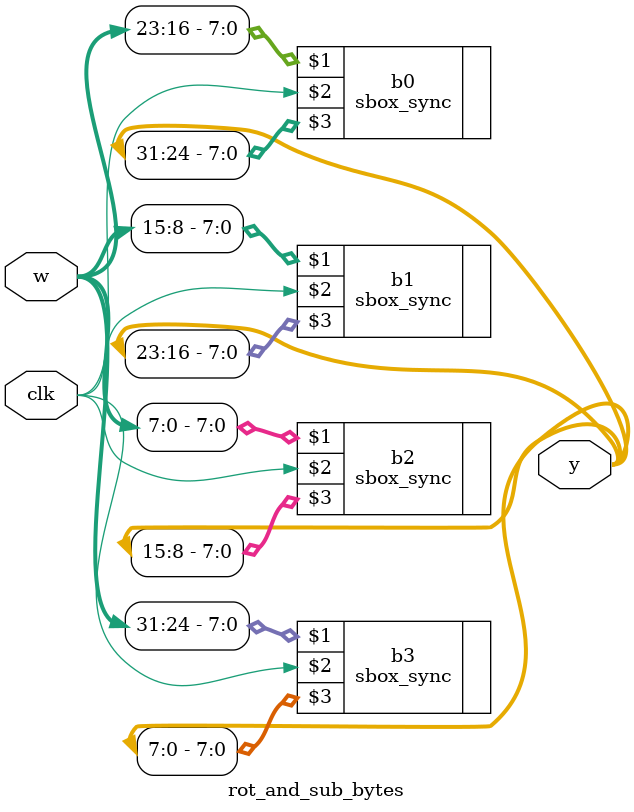
<source format=sv>
/*
	Marina Ring, mring@g.hmc.edu, 10/27/2024
	Module to rotate bytes within a word
*/

module rot_and_sub_bytes(
	input logic [31:0] w,
	input logic clk,
	output logic [31:0] y
);

	// shift left by one and then substitute byte 
	sbox_sync b0(w[23:16], clk,  y[31:24]);
	sbox_sync b1(w[15:8], clk,  y[23:16]);
	sbox_sync b2(w[7:0], clk,  y[15:8]);
	sbox_sync b3(w[31:24], clk,  y[7:0]);
	
endmodule
</source>
